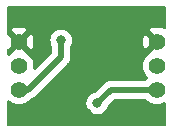
<source format=gbr>
%TF.GenerationSoftware,KiCad,Pcbnew,(6.0.6-0)*%
%TF.CreationDate,2022-07-23T15:50:50+10:00*%
%TF.ProjectId,phanblok,7068616e-626c-46f6-9b2e-6b696361645f,rev?*%
%TF.SameCoordinates,Original*%
%TF.FileFunction,Copper,L2,Bot*%
%TF.FilePolarity,Positive*%
%FSLAX46Y46*%
G04 Gerber Fmt 4.6, Leading zero omitted, Abs format (unit mm)*
G04 Created by KiCad (PCBNEW (6.0.6-0)) date 2022-07-23 15:50:50*
%MOMM*%
%LPD*%
G01*
G04 APERTURE LIST*
%TA.AperFunction,ComponentPad*%
%ADD10C,1.400000*%
%TD*%
%TA.AperFunction,ViaPad*%
%ADD11C,0.800000*%
%TD*%
%TA.AperFunction,Conductor*%
%ADD12C,0.508000*%
%TD*%
G04 APERTURE END LIST*
D10*
%TO.P,J1,1,Pin_1*%
%TO.N,Net-(C1-Pad2)*%
X122174000Y-72644000D03*
%TD*%
%TO.P,J5,1,Pin_1*%
%TO.N,Net-(C2-Pad2)*%
X122174000Y-70612000D03*
%TD*%
%TO.P,J4,1,Pin_1*%
%TO.N,GND*%
X133858000Y-68580000D03*
%TD*%
%TO.P,J2,1,Pin_1*%
%TO.N,Net-(C1-Pad1)*%
X133858000Y-72644000D03*
%TD*%
%TO.P,J3,1,Pin_1*%
%TO.N,Net-(C2-Pad1)*%
X133858000Y-70612000D03*
%TD*%
%TO.P,J6,1,Pin_1*%
%TO.N,GND*%
X122174000Y-68580000D03*
%TD*%
D11*
%TO.N,Net-(C1-Pad1)*%
X128778000Y-73787000D03*
%TO.N,Net-(C1-Pad2)*%
X125730000Y-68453000D03*
%TO.N,GND*%
X134112000Y-74295000D03*
X127882612Y-74643500D03*
X123190000Y-74295000D03*
X127254000Y-66802000D03*
%TD*%
D12*
%TO.N,Net-(C1-Pad1)*%
X128778000Y-73787000D02*
X129921000Y-72644000D01*
X129921000Y-72644000D02*
X133858000Y-72644000D01*
%TO.N,Net-(C1-Pad2)*%
X125730000Y-68453000D02*
X125730000Y-69850000D01*
X122936000Y-72644000D02*
X122174000Y-72644000D01*
X125730000Y-69850000D02*
X122936000Y-72644000D01*
%TD*%
%TA.AperFunction,Conductor*%
%TO.N,GND*%
G36*
X134561621Y-65552502D02*
G01*
X134608114Y-65606158D01*
X134619500Y-65658500D01*
X134619500Y-67404433D01*
X134599498Y-67472554D01*
X134545842Y-67519047D01*
X134475568Y-67529151D01*
X134440250Y-67518628D01*
X134277719Y-67442839D01*
X134267429Y-67439093D01*
X134073878Y-67387231D01*
X134063091Y-67385329D01*
X133863475Y-67367865D01*
X133852525Y-67367865D01*
X133652909Y-67385329D01*
X133642122Y-67387231D01*
X133448571Y-67439093D01*
X133438277Y-67442841D01*
X133256677Y-67527521D01*
X133247189Y-67532999D01*
X133216752Y-67554311D01*
X133208377Y-67564788D01*
X133215446Y-67578236D01*
X134128115Y-68490905D01*
X134162141Y-68553217D01*
X134157076Y-68624032D01*
X134128115Y-68669095D01*
X133207059Y-69590151D01*
X133190234Y-69604269D01*
X133078224Y-69682699D01*
X132928699Y-69832224D01*
X132807411Y-70005442D01*
X132805090Y-70010420D01*
X132805088Y-70010423D01*
X132720367Y-70192108D01*
X132718044Y-70197090D01*
X132716622Y-70202398D01*
X132716621Y-70202400D01*
X132672503Y-70367050D01*
X132663314Y-70401345D01*
X132644884Y-70612000D01*
X132663314Y-70822655D01*
X132718044Y-71026910D01*
X132807411Y-71218558D01*
X132928699Y-71391776D01*
X133075828Y-71538905D01*
X133109854Y-71601217D01*
X133104789Y-71672032D01*
X133075828Y-71717095D01*
X132948328Y-71844595D01*
X132886016Y-71878621D01*
X132859233Y-71881500D01*
X129988376Y-71881500D01*
X129969426Y-71880067D01*
X129955027Y-71877876D01*
X129955021Y-71877876D01*
X129947792Y-71876776D01*
X129940500Y-71877369D01*
X129940497Y-71877369D01*
X129894817Y-71881085D01*
X129884602Y-71881500D01*
X129876475Y-71881500D01*
X129872839Y-71881924D01*
X129872837Y-71881924D01*
X129869385Y-71882327D01*
X129848076Y-71884811D01*
X129843756Y-71885238D01*
X129770574Y-71891191D01*
X129763612Y-71893447D01*
X129757624Y-71894643D01*
X129751667Y-71896051D01*
X129744393Y-71896899D01*
X129737511Y-71899397D01*
X129737507Y-71899398D01*
X129675393Y-71921945D01*
X129671289Y-71923355D01*
X129601425Y-71945987D01*
X129595162Y-71949787D01*
X129589620Y-71952325D01*
X129584144Y-71955067D01*
X129577259Y-71957566D01*
X129571135Y-71961581D01*
X129515868Y-71997815D01*
X129512200Y-72000130D01*
X129449419Y-72038227D01*
X129445212Y-72041943D01*
X129445208Y-72041946D01*
X129440995Y-72045668D01*
X129440969Y-72045638D01*
X129438041Y-72048236D01*
X129434687Y-72051040D01*
X129428565Y-72055054D01*
X129423532Y-72060367D01*
X129375013Y-72111585D01*
X129372635Y-72114028D01*
X128614483Y-72872179D01*
X128551586Y-72906330D01*
X128495712Y-72918206D01*
X128489682Y-72920891D01*
X128489681Y-72920891D01*
X128327278Y-72993197D01*
X128327276Y-72993198D01*
X128321248Y-72995882D01*
X128166747Y-73108134D01*
X128038960Y-73250056D01*
X127984567Y-73344267D01*
X127946975Y-73409379D01*
X127943473Y-73415444D01*
X127884458Y-73597072D01*
X127883768Y-73603633D01*
X127883768Y-73603635D01*
X127873017Y-73705924D01*
X127864496Y-73787000D01*
X127884458Y-73976928D01*
X127943473Y-74158556D01*
X128038960Y-74323944D01*
X128166747Y-74465866D01*
X128321248Y-74578118D01*
X128327276Y-74580802D01*
X128327278Y-74580803D01*
X128489681Y-74653109D01*
X128495712Y-74655794D01*
X128589113Y-74675647D01*
X128676056Y-74694128D01*
X128676061Y-74694128D01*
X128682513Y-74695500D01*
X128873487Y-74695500D01*
X128879939Y-74694128D01*
X128879944Y-74694128D01*
X128966887Y-74675647D01*
X129060288Y-74655794D01*
X129066319Y-74653109D01*
X129228722Y-74580803D01*
X129228724Y-74580802D01*
X129234752Y-74578118D01*
X129389253Y-74465866D01*
X129517040Y-74323944D01*
X129612527Y-74158556D01*
X129664665Y-73998093D01*
X129695403Y-73947935D01*
X130199933Y-73443405D01*
X130262245Y-73409379D01*
X130289028Y-73406500D01*
X132859233Y-73406500D01*
X132927354Y-73426502D01*
X132948328Y-73443405D01*
X133078224Y-73573301D01*
X133251442Y-73694589D01*
X133256420Y-73696910D01*
X133256423Y-73696912D01*
X133315035Y-73724243D01*
X133443090Y-73783956D01*
X133448398Y-73785378D01*
X133448400Y-73785379D01*
X133642030Y-73837262D01*
X133642032Y-73837262D01*
X133647345Y-73838686D01*
X133858000Y-73857116D01*
X134068655Y-73838686D01*
X134073968Y-73837262D01*
X134073970Y-73837262D01*
X134267600Y-73785379D01*
X134267602Y-73785378D01*
X134272910Y-73783956D01*
X134440250Y-73705924D01*
X134510442Y-73695263D01*
X134575254Y-73724243D01*
X134614111Y-73783663D01*
X134619500Y-73820119D01*
X134619500Y-75565500D01*
X134599498Y-75633621D01*
X134545842Y-75680114D01*
X134493500Y-75691500D01*
X121284500Y-75691500D01*
X121216379Y-75671498D01*
X121169886Y-75617842D01*
X121158500Y-75565500D01*
X121158500Y-73641767D01*
X121178502Y-73573646D01*
X121232158Y-73527153D01*
X121302432Y-73517049D01*
X121367012Y-73546543D01*
X121373595Y-73552672D01*
X121394224Y-73573301D01*
X121567442Y-73694589D01*
X121572420Y-73696910D01*
X121572423Y-73696912D01*
X121631035Y-73724243D01*
X121759090Y-73783956D01*
X121764398Y-73785378D01*
X121764400Y-73785379D01*
X121958030Y-73837262D01*
X121958032Y-73837262D01*
X121963345Y-73838686D01*
X122174000Y-73857116D01*
X122384655Y-73838686D01*
X122389968Y-73837262D01*
X122389970Y-73837262D01*
X122583600Y-73785379D01*
X122583602Y-73785378D01*
X122588910Y-73783956D01*
X122716965Y-73724243D01*
X122775577Y-73696912D01*
X122775580Y-73696910D01*
X122780558Y-73694589D01*
X122953776Y-73573301D01*
X123103301Y-73423776D01*
X123107981Y-73417093D01*
X123108827Y-73416444D01*
X123109995Y-73415052D01*
X123110304Y-73415311D01*
X123168205Y-73370919D01*
X123181615Y-73366052D01*
X123185711Y-73364645D01*
X123255575Y-73342013D01*
X123261838Y-73338213D01*
X123267380Y-73335675D01*
X123272856Y-73332933D01*
X123279741Y-73330434D01*
X123341132Y-73290185D01*
X123344800Y-73287870D01*
X123407581Y-73249773D01*
X123411786Y-73246059D01*
X123411789Y-73246057D01*
X123416005Y-73242333D01*
X123416031Y-73242362D01*
X123418962Y-73239762D01*
X123422316Y-73236958D01*
X123428435Y-73232946D01*
X123481989Y-73176413D01*
X123484366Y-73173972D01*
X126221528Y-70436810D01*
X126235941Y-70424423D01*
X126247665Y-70415795D01*
X126253564Y-70411454D01*
X126287979Y-70370945D01*
X126294909Y-70363429D01*
X126300653Y-70357685D01*
X126302927Y-70354811D01*
X126302933Y-70354804D01*
X126318372Y-70335289D01*
X126321163Y-70331885D01*
X126363945Y-70281528D01*
X126363948Y-70281524D01*
X126368684Y-70275949D01*
X126372012Y-70269432D01*
X126375389Y-70264368D01*
X126378616Y-70259144D01*
X126383160Y-70253400D01*
X126414242Y-70186896D01*
X126416147Y-70182999D01*
X126449543Y-70117596D01*
X126451284Y-70110482D01*
X126453416Y-70104748D01*
X126455344Y-70098952D01*
X126458444Y-70092320D01*
X126473395Y-70020440D01*
X126474365Y-70016156D01*
X126490469Y-69950342D01*
X126491804Y-69944888D01*
X126492500Y-69933670D01*
X126492537Y-69933672D01*
X126492773Y-69929773D01*
X126493163Y-69925402D01*
X126494652Y-69918243D01*
X126492546Y-69840423D01*
X126492500Y-69837014D01*
X126492500Y-68983071D01*
X126509381Y-68920071D01*
X126561223Y-68830279D01*
X126561224Y-68830278D01*
X126564527Y-68824556D01*
X126623542Y-68642928D01*
X126629581Y-68585475D01*
X132645865Y-68585475D01*
X132663329Y-68785091D01*
X132665231Y-68795878D01*
X132717093Y-68989429D01*
X132720841Y-68999723D01*
X132805521Y-69181323D01*
X132810999Y-69190811D01*
X132832311Y-69221248D01*
X132842788Y-69229623D01*
X132856236Y-69222554D01*
X133485978Y-68592812D01*
X133493592Y-68578868D01*
X133493461Y-68577035D01*
X133489210Y-68570420D01*
X132855514Y-67936724D01*
X132843739Y-67930294D01*
X132831724Y-67939590D01*
X132810999Y-67969189D01*
X132805521Y-67978677D01*
X132720841Y-68160277D01*
X132717093Y-68170571D01*
X132665231Y-68364122D01*
X132663329Y-68374909D01*
X132645865Y-68574525D01*
X132645865Y-68585475D01*
X126629581Y-68585475D01*
X126642814Y-68459565D01*
X126643504Y-68453000D01*
X126623542Y-68263072D01*
X126564527Y-68081444D01*
X126469040Y-67916056D01*
X126341253Y-67774134D01*
X126186752Y-67661882D01*
X126180724Y-67659198D01*
X126180722Y-67659197D01*
X126018319Y-67586891D01*
X126018318Y-67586891D01*
X126012288Y-67584206D01*
X125918887Y-67564353D01*
X125831944Y-67545872D01*
X125831939Y-67545872D01*
X125825487Y-67544500D01*
X125634513Y-67544500D01*
X125628061Y-67545872D01*
X125628056Y-67545872D01*
X125541113Y-67564353D01*
X125447712Y-67584206D01*
X125441682Y-67586891D01*
X125441681Y-67586891D01*
X125279278Y-67659197D01*
X125279276Y-67659198D01*
X125273248Y-67661882D01*
X125118747Y-67774134D01*
X124990960Y-67916056D01*
X124895473Y-68081444D01*
X124836458Y-68263072D01*
X124816496Y-68453000D01*
X124817186Y-68459565D01*
X124830420Y-68585475D01*
X124836458Y-68642928D01*
X124895473Y-68824556D01*
X124898776Y-68830278D01*
X124898777Y-68830279D01*
X124950619Y-68920071D01*
X124967500Y-68983071D01*
X124967500Y-69481972D01*
X124947498Y-69550093D01*
X124930595Y-69571067D01*
X123583721Y-70917941D01*
X123521409Y-70951967D01*
X123450594Y-70946902D01*
X123393758Y-70904355D01*
X123368947Y-70837835D01*
X123369105Y-70817864D01*
X123386637Y-70617475D01*
X123387116Y-70612000D01*
X123368686Y-70401345D01*
X123359497Y-70367050D01*
X123315379Y-70202400D01*
X123315378Y-70202398D01*
X123313956Y-70197090D01*
X123311633Y-70192108D01*
X123226912Y-70010423D01*
X123226910Y-70010420D01*
X123224589Y-70005442D01*
X123103301Y-69832224D01*
X122953776Y-69682699D01*
X122841766Y-69604269D01*
X122824941Y-69590151D01*
X122186812Y-68952022D01*
X122172868Y-68944408D01*
X122171035Y-68944539D01*
X122164420Y-68948790D01*
X121523059Y-69590151D01*
X121506234Y-69604269D01*
X121394224Y-69682699D01*
X121373595Y-69703328D01*
X121311283Y-69737354D01*
X121240468Y-69732289D01*
X121183632Y-69689742D01*
X121158821Y-69623222D01*
X121158500Y-69614233D01*
X121158500Y-69288480D01*
X121178502Y-69220359D01*
X121195405Y-69199385D01*
X121801978Y-68592812D01*
X121808356Y-68581132D01*
X122538408Y-68581132D01*
X122538539Y-68582965D01*
X122542790Y-68589580D01*
X123176486Y-69223276D01*
X123188261Y-69229706D01*
X123200276Y-69220410D01*
X123221001Y-69190811D01*
X123226479Y-69181323D01*
X123311159Y-68999723D01*
X123314907Y-68989429D01*
X123366769Y-68795878D01*
X123368671Y-68785091D01*
X123386135Y-68585475D01*
X123386135Y-68574525D01*
X123368671Y-68374909D01*
X123366769Y-68364122D01*
X123314907Y-68170571D01*
X123311159Y-68160277D01*
X123226479Y-67978677D01*
X123221001Y-67969189D01*
X123199689Y-67938752D01*
X123189212Y-67930377D01*
X123175764Y-67937446D01*
X122546022Y-68567188D01*
X122538408Y-68581132D01*
X121808356Y-68581132D01*
X121809592Y-68578868D01*
X121809461Y-68577035D01*
X121805210Y-68570420D01*
X121195405Y-67960615D01*
X121161379Y-67898303D01*
X121158500Y-67871520D01*
X121158500Y-67564788D01*
X121524377Y-67564788D01*
X121531446Y-67578236D01*
X122161188Y-68207978D01*
X122175132Y-68215592D01*
X122176965Y-68215461D01*
X122183580Y-68211210D01*
X122817276Y-67577514D01*
X122823706Y-67565739D01*
X122814410Y-67553724D01*
X122784811Y-67532999D01*
X122775323Y-67527521D01*
X122593723Y-67442841D01*
X122583429Y-67439093D01*
X122389878Y-67387231D01*
X122379091Y-67385329D01*
X122179475Y-67367865D01*
X122168525Y-67367865D01*
X121968909Y-67385329D01*
X121958122Y-67387231D01*
X121764571Y-67439093D01*
X121754277Y-67442841D01*
X121572677Y-67527521D01*
X121563189Y-67532999D01*
X121532752Y-67554311D01*
X121524377Y-67564788D01*
X121158500Y-67564788D01*
X121158500Y-65658500D01*
X121178502Y-65590379D01*
X121232158Y-65543886D01*
X121284500Y-65532500D01*
X134493500Y-65532500D01*
X134561621Y-65552502D01*
G37*
%TD.AperFunction*%
%TD*%
M02*

</source>
